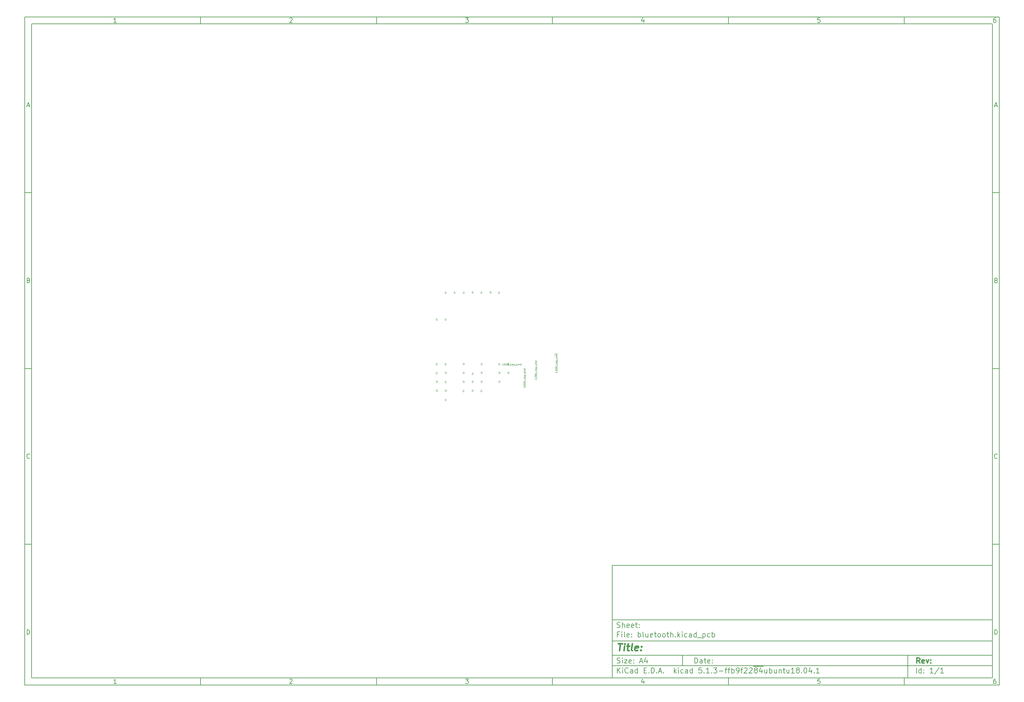
<source format=gbr>
%TF.GenerationSoftware,KiCad,Pcbnew,5.1.3-ffb9f22~84~ubuntu18.04.1*%
%TF.CreationDate,2019-07-25T20:39:45+03:00*%
%TF.ProjectId,bluetooth,626c7565-746f-46f7-9468-2e6b69636164,rev?*%
%TF.SameCoordinates,Original*%
%TF.FileFunction,Other,Fab,Top*%
%FSLAX45Y45*%
G04 Gerber Fmt 4.5, Leading zero omitted, Abs format (unit mm)*
G04 Created by KiCad (PCBNEW 5.1.3-ffb9f22~84~ubuntu18.04.1) date 2019-07-25 20:39:45*
%MOMM*%
%LPD*%
G04 APERTURE LIST*
%ADD10C,0.100000*%
%ADD11C,0.150000*%
%ADD12C,0.300000*%
%ADD13C,0.400000*%
%ADD14C,0.010000*%
G04 APERTURE END LIST*
D10*
D11*
X17700220Y-16600720D02*
X17700220Y-19800720D01*
X28500220Y-19800720D01*
X28500220Y-16600720D01*
X17700220Y-16600720D01*
D10*
D11*
X1000000Y-1000000D02*
X1000000Y-20000720D01*
X28700220Y-20000720D01*
X28700220Y-1000000D01*
X1000000Y-1000000D01*
D10*
D11*
X1200000Y-1200000D02*
X1200000Y-19800720D01*
X28500220Y-19800720D01*
X28500220Y-1200000D01*
X1200000Y-1200000D01*
D10*
D11*
X6000000Y-1200000D02*
X6000000Y-1000000D01*
D10*
D11*
X11000000Y-1200000D02*
X11000000Y-1000000D01*
D10*
D11*
X16000000Y-1200000D02*
X16000000Y-1000000D01*
D10*
D11*
X21000000Y-1200000D02*
X21000000Y-1000000D01*
D10*
D11*
X26000000Y-1200000D02*
X26000000Y-1000000D01*
D10*
D11*
X3606548Y-1158810D02*
X3532262Y-1158810D01*
X3569405Y-1158810D02*
X3569405Y-1028809D01*
X3557024Y-1047381D01*
X3544643Y-1059762D01*
X3532262Y-1065952D01*
D10*
D11*
X8532262Y-1041190D02*
X8538452Y-1035000D01*
X8550833Y-1028809D01*
X8581786Y-1028809D01*
X8594167Y-1035000D01*
X8600357Y-1041190D01*
X8606548Y-1053571D01*
X8606548Y-1065952D01*
X8600357Y-1084524D01*
X8526071Y-1158810D01*
X8606548Y-1158810D01*
D10*
D11*
X13526071Y-1028809D02*
X13606548Y-1028809D01*
X13563214Y-1078333D01*
X13581786Y-1078333D01*
X13594167Y-1084524D01*
X13600357Y-1090714D01*
X13606548Y-1103095D01*
X13606548Y-1134048D01*
X13600357Y-1146429D01*
X13594167Y-1152619D01*
X13581786Y-1158810D01*
X13544643Y-1158810D01*
X13532262Y-1152619D01*
X13526071Y-1146429D01*
D10*
D11*
X18594167Y-1072143D02*
X18594167Y-1158810D01*
X18563214Y-1022619D02*
X18532262Y-1115476D01*
X18612738Y-1115476D01*
D10*
D11*
X23600357Y-1028809D02*
X23538452Y-1028809D01*
X23532262Y-1090714D01*
X23538452Y-1084524D01*
X23550833Y-1078333D01*
X23581786Y-1078333D01*
X23594167Y-1084524D01*
X23600357Y-1090714D01*
X23606548Y-1103095D01*
X23606548Y-1134048D01*
X23600357Y-1146429D01*
X23594167Y-1152619D01*
X23581786Y-1158810D01*
X23550833Y-1158810D01*
X23538452Y-1152619D01*
X23532262Y-1146429D01*
D10*
D11*
X28594167Y-1028809D02*
X28569405Y-1028809D01*
X28557024Y-1035000D01*
X28550833Y-1041190D01*
X28538452Y-1059762D01*
X28532262Y-1084524D01*
X28532262Y-1134048D01*
X28538452Y-1146429D01*
X28544643Y-1152619D01*
X28557024Y-1158810D01*
X28581786Y-1158810D01*
X28594167Y-1152619D01*
X28600357Y-1146429D01*
X28606548Y-1134048D01*
X28606548Y-1103095D01*
X28600357Y-1090714D01*
X28594167Y-1084524D01*
X28581786Y-1078333D01*
X28557024Y-1078333D01*
X28544643Y-1084524D01*
X28538452Y-1090714D01*
X28532262Y-1103095D01*
D10*
D11*
X6000000Y-19800720D02*
X6000000Y-20000720D01*
D10*
D11*
X11000000Y-19800720D02*
X11000000Y-20000720D01*
D10*
D11*
X16000000Y-19800720D02*
X16000000Y-20000720D01*
D10*
D11*
X21000000Y-19800720D02*
X21000000Y-20000720D01*
D10*
D11*
X26000000Y-19800720D02*
X26000000Y-20000720D01*
D10*
D11*
X3606548Y-19959530D02*
X3532262Y-19959530D01*
X3569405Y-19959530D02*
X3569405Y-19829530D01*
X3557024Y-19848101D01*
X3544643Y-19860482D01*
X3532262Y-19866672D01*
D10*
D11*
X8532262Y-19841910D02*
X8538452Y-19835720D01*
X8550833Y-19829530D01*
X8581786Y-19829530D01*
X8594167Y-19835720D01*
X8600357Y-19841910D01*
X8606548Y-19854291D01*
X8606548Y-19866672D01*
X8600357Y-19885244D01*
X8526071Y-19959530D01*
X8606548Y-19959530D01*
D10*
D11*
X13526071Y-19829530D02*
X13606548Y-19829530D01*
X13563214Y-19879053D01*
X13581786Y-19879053D01*
X13594167Y-19885244D01*
X13600357Y-19891434D01*
X13606548Y-19903815D01*
X13606548Y-19934768D01*
X13600357Y-19947149D01*
X13594167Y-19953339D01*
X13581786Y-19959530D01*
X13544643Y-19959530D01*
X13532262Y-19953339D01*
X13526071Y-19947149D01*
D10*
D11*
X18594167Y-19872863D02*
X18594167Y-19959530D01*
X18563214Y-19823339D02*
X18532262Y-19916196D01*
X18612738Y-19916196D01*
D10*
D11*
X23600357Y-19829530D02*
X23538452Y-19829530D01*
X23532262Y-19891434D01*
X23538452Y-19885244D01*
X23550833Y-19879053D01*
X23581786Y-19879053D01*
X23594167Y-19885244D01*
X23600357Y-19891434D01*
X23606548Y-19903815D01*
X23606548Y-19934768D01*
X23600357Y-19947149D01*
X23594167Y-19953339D01*
X23581786Y-19959530D01*
X23550833Y-19959530D01*
X23538452Y-19953339D01*
X23532262Y-19947149D01*
D10*
D11*
X28594167Y-19829530D02*
X28569405Y-19829530D01*
X28557024Y-19835720D01*
X28550833Y-19841910D01*
X28538452Y-19860482D01*
X28532262Y-19885244D01*
X28532262Y-19934768D01*
X28538452Y-19947149D01*
X28544643Y-19953339D01*
X28557024Y-19959530D01*
X28581786Y-19959530D01*
X28594167Y-19953339D01*
X28600357Y-19947149D01*
X28606548Y-19934768D01*
X28606548Y-19903815D01*
X28600357Y-19891434D01*
X28594167Y-19885244D01*
X28581786Y-19879053D01*
X28557024Y-19879053D01*
X28544643Y-19885244D01*
X28538452Y-19891434D01*
X28532262Y-19903815D01*
D10*
D11*
X1000000Y-6000000D02*
X1200000Y-6000000D01*
D10*
D11*
X1000000Y-11000000D02*
X1200000Y-11000000D01*
D10*
D11*
X1000000Y-16000000D02*
X1200000Y-16000000D01*
D10*
D11*
X1069048Y-3521667D02*
X1130952Y-3521667D01*
X1056667Y-3558809D02*
X1100000Y-3428809D01*
X1143333Y-3558809D01*
D10*
D11*
X1109286Y-8490714D02*
X1127857Y-8496905D01*
X1134048Y-8503095D01*
X1140238Y-8515476D01*
X1140238Y-8534048D01*
X1134048Y-8546429D01*
X1127857Y-8552619D01*
X1115476Y-8558810D01*
X1065952Y-8558810D01*
X1065952Y-8428810D01*
X1109286Y-8428810D01*
X1121667Y-8435000D01*
X1127857Y-8441190D01*
X1134048Y-8453571D01*
X1134048Y-8465952D01*
X1127857Y-8478333D01*
X1121667Y-8484524D01*
X1109286Y-8490714D01*
X1065952Y-8490714D01*
D10*
D11*
X1140238Y-13546428D02*
X1134048Y-13552619D01*
X1115476Y-13558809D01*
X1103095Y-13558809D01*
X1084524Y-13552619D01*
X1072143Y-13540238D01*
X1065952Y-13527857D01*
X1059762Y-13503095D01*
X1059762Y-13484524D01*
X1065952Y-13459762D01*
X1072143Y-13447381D01*
X1084524Y-13435000D01*
X1103095Y-13428809D01*
X1115476Y-13428809D01*
X1134048Y-13435000D01*
X1140238Y-13441190D01*
D10*
D11*
X1065952Y-18558810D02*
X1065952Y-18428810D01*
X1096905Y-18428810D01*
X1115476Y-18435000D01*
X1127857Y-18447381D01*
X1134048Y-18459762D01*
X1140238Y-18484524D01*
X1140238Y-18503095D01*
X1134048Y-18527857D01*
X1127857Y-18540238D01*
X1115476Y-18552619D01*
X1096905Y-18558810D01*
X1065952Y-18558810D01*
D10*
D11*
X28700220Y-6000000D02*
X28500220Y-6000000D01*
D10*
D11*
X28700220Y-11000000D02*
X28500220Y-11000000D01*
D10*
D11*
X28700220Y-16000000D02*
X28500220Y-16000000D01*
D10*
D11*
X28569268Y-3521667D02*
X28631172Y-3521667D01*
X28556887Y-3558809D02*
X28600220Y-3428809D01*
X28643553Y-3558809D01*
D10*
D11*
X28609506Y-8490714D02*
X28628077Y-8496905D01*
X28634268Y-8503095D01*
X28640458Y-8515476D01*
X28640458Y-8534048D01*
X28634268Y-8546429D01*
X28628077Y-8552619D01*
X28615696Y-8558810D01*
X28566172Y-8558810D01*
X28566172Y-8428810D01*
X28609506Y-8428810D01*
X28621887Y-8435000D01*
X28628077Y-8441190D01*
X28634268Y-8453571D01*
X28634268Y-8465952D01*
X28628077Y-8478333D01*
X28621887Y-8484524D01*
X28609506Y-8490714D01*
X28566172Y-8490714D01*
D10*
D11*
X28640458Y-13546428D02*
X28634268Y-13552619D01*
X28615696Y-13558809D01*
X28603315Y-13558809D01*
X28584744Y-13552619D01*
X28572363Y-13540238D01*
X28566172Y-13527857D01*
X28559982Y-13503095D01*
X28559982Y-13484524D01*
X28566172Y-13459762D01*
X28572363Y-13447381D01*
X28584744Y-13435000D01*
X28603315Y-13428809D01*
X28615696Y-13428809D01*
X28634268Y-13435000D01*
X28640458Y-13441190D01*
D10*
D11*
X28566172Y-18558810D02*
X28566172Y-18428810D01*
X28597125Y-18428810D01*
X28615696Y-18435000D01*
X28628077Y-18447381D01*
X28634268Y-18459762D01*
X28640458Y-18484524D01*
X28640458Y-18503095D01*
X28634268Y-18527857D01*
X28628077Y-18540238D01*
X28615696Y-18552619D01*
X28597125Y-18558810D01*
X28566172Y-18558810D01*
D10*
D11*
X20043434Y-19378577D02*
X20043434Y-19228577D01*
X20079149Y-19228577D01*
X20100577Y-19235720D01*
X20114863Y-19250006D01*
X20122006Y-19264291D01*
X20129149Y-19292863D01*
X20129149Y-19314291D01*
X20122006Y-19342863D01*
X20114863Y-19357149D01*
X20100577Y-19371434D01*
X20079149Y-19378577D01*
X20043434Y-19378577D01*
X20257720Y-19378577D02*
X20257720Y-19300006D01*
X20250577Y-19285720D01*
X20236291Y-19278577D01*
X20207720Y-19278577D01*
X20193434Y-19285720D01*
X20257720Y-19371434D02*
X20243434Y-19378577D01*
X20207720Y-19378577D01*
X20193434Y-19371434D01*
X20186291Y-19357149D01*
X20186291Y-19342863D01*
X20193434Y-19328577D01*
X20207720Y-19321434D01*
X20243434Y-19321434D01*
X20257720Y-19314291D01*
X20307720Y-19278577D02*
X20364863Y-19278577D01*
X20329149Y-19228577D02*
X20329149Y-19357149D01*
X20336291Y-19371434D01*
X20350577Y-19378577D01*
X20364863Y-19378577D01*
X20472006Y-19371434D02*
X20457720Y-19378577D01*
X20429149Y-19378577D01*
X20414863Y-19371434D01*
X20407720Y-19357149D01*
X20407720Y-19300006D01*
X20414863Y-19285720D01*
X20429149Y-19278577D01*
X20457720Y-19278577D01*
X20472006Y-19285720D01*
X20479149Y-19300006D01*
X20479149Y-19314291D01*
X20407720Y-19328577D01*
X20543434Y-19364291D02*
X20550577Y-19371434D01*
X20543434Y-19378577D01*
X20536291Y-19371434D01*
X20543434Y-19364291D01*
X20543434Y-19378577D01*
X20543434Y-19285720D02*
X20550577Y-19292863D01*
X20543434Y-19300006D01*
X20536291Y-19292863D01*
X20543434Y-19285720D01*
X20543434Y-19300006D01*
D10*
D11*
X17700220Y-19450720D02*
X28500220Y-19450720D01*
D10*
D11*
X17843434Y-19658577D02*
X17843434Y-19508577D01*
X17929149Y-19658577D02*
X17864863Y-19572863D01*
X17929149Y-19508577D02*
X17843434Y-19594291D01*
X17993434Y-19658577D02*
X17993434Y-19558577D01*
X17993434Y-19508577D02*
X17986291Y-19515720D01*
X17993434Y-19522863D01*
X18000577Y-19515720D01*
X17993434Y-19508577D01*
X17993434Y-19522863D01*
X18150577Y-19644291D02*
X18143434Y-19651434D01*
X18122006Y-19658577D01*
X18107720Y-19658577D01*
X18086291Y-19651434D01*
X18072006Y-19637149D01*
X18064863Y-19622863D01*
X18057720Y-19594291D01*
X18057720Y-19572863D01*
X18064863Y-19544291D01*
X18072006Y-19530006D01*
X18086291Y-19515720D01*
X18107720Y-19508577D01*
X18122006Y-19508577D01*
X18143434Y-19515720D01*
X18150577Y-19522863D01*
X18279149Y-19658577D02*
X18279149Y-19580006D01*
X18272006Y-19565720D01*
X18257720Y-19558577D01*
X18229149Y-19558577D01*
X18214863Y-19565720D01*
X18279149Y-19651434D02*
X18264863Y-19658577D01*
X18229149Y-19658577D01*
X18214863Y-19651434D01*
X18207720Y-19637149D01*
X18207720Y-19622863D01*
X18214863Y-19608577D01*
X18229149Y-19601434D01*
X18264863Y-19601434D01*
X18279149Y-19594291D01*
X18414863Y-19658577D02*
X18414863Y-19508577D01*
X18414863Y-19651434D02*
X18400577Y-19658577D01*
X18372006Y-19658577D01*
X18357720Y-19651434D01*
X18350577Y-19644291D01*
X18343434Y-19630006D01*
X18343434Y-19587149D01*
X18350577Y-19572863D01*
X18357720Y-19565720D01*
X18372006Y-19558577D01*
X18400577Y-19558577D01*
X18414863Y-19565720D01*
X18600577Y-19580006D02*
X18650577Y-19580006D01*
X18672006Y-19658577D02*
X18600577Y-19658577D01*
X18600577Y-19508577D01*
X18672006Y-19508577D01*
X18736291Y-19644291D02*
X18743434Y-19651434D01*
X18736291Y-19658577D01*
X18729149Y-19651434D01*
X18736291Y-19644291D01*
X18736291Y-19658577D01*
X18807720Y-19658577D02*
X18807720Y-19508577D01*
X18843434Y-19508577D01*
X18864863Y-19515720D01*
X18879149Y-19530006D01*
X18886291Y-19544291D01*
X18893434Y-19572863D01*
X18893434Y-19594291D01*
X18886291Y-19622863D01*
X18879149Y-19637149D01*
X18864863Y-19651434D01*
X18843434Y-19658577D01*
X18807720Y-19658577D01*
X18957720Y-19644291D02*
X18964863Y-19651434D01*
X18957720Y-19658577D01*
X18950577Y-19651434D01*
X18957720Y-19644291D01*
X18957720Y-19658577D01*
X19022006Y-19615720D02*
X19093434Y-19615720D01*
X19007720Y-19658577D02*
X19057720Y-19508577D01*
X19107720Y-19658577D01*
X19157720Y-19644291D02*
X19164863Y-19651434D01*
X19157720Y-19658577D01*
X19150577Y-19651434D01*
X19157720Y-19644291D01*
X19157720Y-19658577D01*
X19457720Y-19658577D02*
X19457720Y-19508577D01*
X19472006Y-19601434D02*
X19514863Y-19658577D01*
X19514863Y-19558577D02*
X19457720Y-19615720D01*
X19579149Y-19658577D02*
X19579149Y-19558577D01*
X19579149Y-19508577D02*
X19572006Y-19515720D01*
X19579149Y-19522863D01*
X19586291Y-19515720D01*
X19579149Y-19508577D01*
X19579149Y-19522863D01*
X19714863Y-19651434D02*
X19700577Y-19658577D01*
X19672006Y-19658577D01*
X19657720Y-19651434D01*
X19650577Y-19644291D01*
X19643434Y-19630006D01*
X19643434Y-19587149D01*
X19650577Y-19572863D01*
X19657720Y-19565720D01*
X19672006Y-19558577D01*
X19700577Y-19558577D01*
X19714863Y-19565720D01*
X19843434Y-19658577D02*
X19843434Y-19580006D01*
X19836291Y-19565720D01*
X19822006Y-19558577D01*
X19793434Y-19558577D01*
X19779149Y-19565720D01*
X19843434Y-19651434D02*
X19829149Y-19658577D01*
X19793434Y-19658577D01*
X19779149Y-19651434D01*
X19772006Y-19637149D01*
X19772006Y-19622863D01*
X19779149Y-19608577D01*
X19793434Y-19601434D01*
X19829149Y-19601434D01*
X19843434Y-19594291D01*
X19979149Y-19658577D02*
X19979149Y-19508577D01*
X19979149Y-19651434D02*
X19964863Y-19658577D01*
X19936291Y-19658577D01*
X19922006Y-19651434D01*
X19914863Y-19644291D01*
X19907720Y-19630006D01*
X19907720Y-19587149D01*
X19914863Y-19572863D01*
X19922006Y-19565720D01*
X19936291Y-19558577D01*
X19964863Y-19558577D01*
X19979149Y-19565720D01*
X20236291Y-19508577D02*
X20164863Y-19508577D01*
X20157720Y-19580006D01*
X20164863Y-19572863D01*
X20179149Y-19565720D01*
X20214863Y-19565720D01*
X20229149Y-19572863D01*
X20236291Y-19580006D01*
X20243434Y-19594291D01*
X20243434Y-19630006D01*
X20236291Y-19644291D01*
X20229149Y-19651434D01*
X20214863Y-19658577D01*
X20179149Y-19658577D01*
X20164863Y-19651434D01*
X20157720Y-19644291D01*
X20307720Y-19644291D02*
X20314863Y-19651434D01*
X20307720Y-19658577D01*
X20300577Y-19651434D01*
X20307720Y-19644291D01*
X20307720Y-19658577D01*
X20457720Y-19658577D02*
X20372006Y-19658577D01*
X20414863Y-19658577D02*
X20414863Y-19508577D01*
X20400577Y-19530006D01*
X20386291Y-19544291D01*
X20372006Y-19551434D01*
X20522006Y-19644291D02*
X20529149Y-19651434D01*
X20522006Y-19658577D01*
X20514863Y-19651434D01*
X20522006Y-19644291D01*
X20522006Y-19658577D01*
X20579149Y-19508577D02*
X20672006Y-19508577D01*
X20622006Y-19565720D01*
X20643434Y-19565720D01*
X20657720Y-19572863D01*
X20664863Y-19580006D01*
X20672006Y-19594291D01*
X20672006Y-19630006D01*
X20664863Y-19644291D01*
X20657720Y-19651434D01*
X20643434Y-19658577D01*
X20600577Y-19658577D01*
X20586291Y-19651434D01*
X20579149Y-19644291D01*
X20736291Y-19601434D02*
X20850577Y-19601434D01*
X20900577Y-19558577D02*
X20957720Y-19558577D01*
X20922006Y-19658577D02*
X20922006Y-19530006D01*
X20929149Y-19515720D01*
X20943434Y-19508577D01*
X20957720Y-19508577D01*
X20986291Y-19558577D02*
X21043434Y-19558577D01*
X21007720Y-19658577D02*
X21007720Y-19530006D01*
X21014863Y-19515720D01*
X21029149Y-19508577D01*
X21043434Y-19508577D01*
X21093434Y-19658577D02*
X21093434Y-19508577D01*
X21093434Y-19565720D02*
X21107720Y-19558577D01*
X21136291Y-19558577D01*
X21150577Y-19565720D01*
X21157720Y-19572863D01*
X21164863Y-19587149D01*
X21164863Y-19630006D01*
X21157720Y-19644291D01*
X21150577Y-19651434D01*
X21136291Y-19658577D01*
X21107720Y-19658577D01*
X21093434Y-19651434D01*
X21236291Y-19658577D02*
X21264863Y-19658577D01*
X21279149Y-19651434D01*
X21286291Y-19644291D01*
X21300577Y-19622863D01*
X21307720Y-19594291D01*
X21307720Y-19537149D01*
X21300577Y-19522863D01*
X21293434Y-19515720D01*
X21279149Y-19508577D01*
X21250577Y-19508577D01*
X21236291Y-19515720D01*
X21229149Y-19522863D01*
X21222006Y-19537149D01*
X21222006Y-19572863D01*
X21229149Y-19587149D01*
X21236291Y-19594291D01*
X21250577Y-19601434D01*
X21279149Y-19601434D01*
X21293434Y-19594291D01*
X21300577Y-19587149D01*
X21307720Y-19572863D01*
X21350577Y-19558577D02*
X21407720Y-19558577D01*
X21372006Y-19658577D02*
X21372006Y-19530006D01*
X21379149Y-19515720D01*
X21393434Y-19508577D01*
X21407720Y-19508577D01*
X21450577Y-19522863D02*
X21457720Y-19515720D01*
X21472006Y-19508577D01*
X21507720Y-19508577D01*
X21522006Y-19515720D01*
X21529149Y-19522863D01*
X21536291Y-19537149D01*
X21536291Y-19551434D01*
X21529149Y-19572863D01*
X21443434Y-19658577D01*
X21536291Y-19658577D01*
X21593434Y-19522863D02*
X21600577Y-19515720D01*
X21614863Y-19508577D01*
X21650577Y-19508577D01*
X21664863Y-19515720D01*
X21672006Y-19522863D01*
X21679149Y-19537149D01*
X21679149Y-19551434D01*
X21672006Y-19572863D01*
X21586291Y-19658577D01*
X21679149Y-19658577D01*
X21707720Y-19467720D02*
X21850577Y-19467720D01*
X21764863Y-19572863D02*
X21750577Y-19565720D01*
X21743434Y-19558577D01*
X21736291Y-19544291D01*
X21736291Y-19537149D01*
X21743434Y-19522863D01*
X21750577Y-19515720D01*
X21764863Y-19508577D01*
X21793434Y-19508577D01*
X21807720Y-19515720D01*
X21814863Y-19522863D01*
X21822006Y-19537149D01*
X21822006Y-19544291D01*
X21814863Y-19558577D01*
X21807720Y-19565720D01*
X21793434Y-19572863D01*
X21764863Y-19572863D01*
X21750577Y-19580006D01*
X21743434Y-19587149D01*
X21736291Y-19601434D01*
X21736291Y-19630006D01*
X21743434Y-19644291D01*
X21750577Y-19651434D01*
X21764863Y-19658577D01*
X21793434Y-19658577D01*
X21807720Y-19651434D01*
X21814863Y-19644291D01*
X21822006Y-19630006D01*
X21822006Y-19601434D01*
X21814863Y-19587149D01*
X21807720Y-19580006D01*
X21793434Y-19572863D01*
X21850577Y-19467720D02*
X21993434Y-19467720D01*
X21950577Y-19558577D02*
X21950577Y-19658577D01*
X21914863Y-19501434D02*
X21879149Y-19608577D01*
X21972006Y-19608577D01*
X22093434Y-19558577D02*
X22093434Y-19658577D01*
X22029149Y-19558577D02*
X22029149Y-19637149D01*
X22036291Y-19651434D01*
X22050577Y-19658577D01*
X22072006Y-19658577D01*
X22086291Y-19651434D01*
X22093434Y-19644291D01*
X22164863Y-19658577D02*
X22164863Y-19508577D01*
X22164863Y-19565720D02*
X22179149Y-19558577D01*
X22207720Y-19558577D01*
X22222006Y-19565720D01*
X22229149Y-19572863D01*
X22236291Y-19587149D01*
X22236291Y-19630006D01*
X22229149Y-19644291D01*
X22222006Y-19651434D01*
X22207720Y-19658577D01*
X22179149Y-19658577D01*
X22164863Y-19651434D01*
X22364863Y-19558577D02*
X22364863Y-19658577D01*
X22300577Y-19558577D02*
X22300577Y-19637149D01*
X22307720Y-19651434D01*
X22322006Y-19658577D01*
X22343434Y-19658577D01*
X22357720Y-19651434D01*
X22364863Y-19644291D01*
X22436291Y-19558577D02*
X22436291Y-19658577D01*
X22436291Y-19572863D02*
X22443434Y-19565720D01*
X22457720Y-19558577D01*
X22479148Y-19558577D01*
X22493434Y-19565720D01*
X22500577Y-19580006D01*
X22500577Y-19658577D01*
X22550577Y-19558577D02*
X22607720Y-19558577D01*
X22572006Y-19508577D02*
X22572006Y-19637149D01*
X22579148Y-19651434D01*
X22593434Y-19658577D01*
X22607720Y-19658577D01*
X22722006Y-19558577D02*
X22722006Y-19658577D01*
X22657720Y-19558577D02*
X22657720Y-19637149D01*
X22664863Y-19651434D01*
X22679148Y-19658577D01*
X22700577Y-19658577D01*
X22714863Y-19651434D01*
X22722006Y-19644291D01*
X22872006Y-19658577D02*
X22786291Y-19658577D01*
X22829148Y-19658577D02*
X22829148Y-19508577D01*
X22814863Y-19530006D01*
X22800577Y-19544291D01*
X22786291Y-19551434D01*
X22957720Y-19572863D02*
X22943434Y-19565720D01*
X22936291Y-19558577D01*
X22929148Y-19544291D01*
X22929148Y-19537149D01*
X22936291Y-19522863D01*
X22943434Y-19515720D01*
X22957720Y-19508577D01*
X22986291Y-19508577D01*
X23000577Y-19515720D01*
X23007720Y-19522863D01*
X23014863Y-19537149D01*
X23014863Y-19544291D01*
X23007720Y-19558577D01*
X23000577Y-19565720D01*
X22986291Y-19572863D01*
X22957720Y-19572863D01*
X22943434Y-19580006D01*
X22936291Y-19587149D01*
X22929148Y-19601434D01*
X22929148Y-19630006D01*
X22936291Y-19644291D01*
X22943434Y-19651434D01*
X22957720Y-19658577D01*
X22986291Y-19658577D01*
X23000577Y-19651434D01*
X23007720Y-19644291D01*
X23014863Y-19630006D01*
X23014863Y-19601434D01*
X23007720Y-19587149D01*
X23000577Y-19580006D01*
X22986291Y-19572863D01*
X23079148Y-19644291D02*
X23086291Y-19651434D01*
X23079148Y-19658577D01*
X23072006Y-19651434D01*
X23079148Y-19644291D01*
X23079148Y-19658577D01*
X23179148Y-19508577D02*
X23193434Y-19508577D01*
X23207720Y-19515720D01*
X23214863Y-19522863D01*
X23222006Y-19537149D01*
X23229148Y-19565720D01*
X23229148Y-19601434D01*
X23222006Y-19630006D01*
X23214863Y-19644291D01*
X23207720Y-19651434D01*
X23193434Y-19658577D01*
X23179148Y-19658577D01*
X23164863Y-19651434D01*
X23157720Y-19644291D01*
X23150577Y-19630006D01*
X23143434Y-19601434D01*
X23143434Y-19565720D01*
X23150577Y-19537149D01*
X23157720Y-19522863D01*
X23164863Y-19515720D01*
X23179148Y-19508577D01*
X23357720Y-19558577D02*
X23357720Y-19658577D01*
X23322006Y-19501434D02*
X23286291Y-19608577D01*
X23379148Y-19608577D01*
X23436291Y-19644291D02*
X23443434Y-19651434D01*
X23436291Y-19658577D01*
X23429148Y-19651434D01*
X23436291Y-19644291D01*
X23436291Y-19658577D01*
X23586291Y-19658577D02*
X23500577Y-19658577D01*
X23543434Y-19658577D02*
X23543434Y-19508577D01*
X23529148Y-19530006D01*
X23514863Y-19544291D01*
X23500577Y-19551434D01*
D10*
D11*
X17700220Y-19150720D02*
X28500220Y-19150720D01*
D10*
D12*
X26441148Y-19378577D02*
X26391148Y-19307149D01*
X26355434Y-19378577D02*
X26355434Y-19228577D01*
X26412577Y-19228577D01*
X26426863Y-19235720D01*
X26434006Y-19242863D01*
X26441148Y-19257149D01*
X26441148Y-19278577D01*
X26434006Y-19292863D01*
X26426863Y-19300006D01*
X26412577Y-19307149D01*
X26355434Y-19307149D01*
X26562577Y-19371434D02*
X26548291Y-19378577D01*
X26519720Y-19378577D01*
X26505434Y-19371434D01*
X26498291Y-19357149D01*
X26498291Y-19300006D01*
X26505434Y-19285720D01*
X26519720Y-19278577D01*
X26548291Y-19278577D01*
X26562577Y-19285720D01*
X26569720Y-19300006D01*
X26569720Y-19314291D01*
X26498291Y-19328577D01*
X26619720Y-19278577D02*
X26655434Y-19378577D01*
X26691148Y-19278577D01*
X26748291Y-19364291D02*
X26755434Y-19371434D01*
X26748291Y-19378577D01*
X26741148Y-19371434D01*
X26748291Y-19364291D01*
X26748291Y-19378577D01*
X26748291Y-19285720D02*
X26755434Y-19292863D01*
X26748291Y-19300006D01*
X26741148Y-19292863D01*
X26748291Y-19285720D01*
X26748291Y-19300006D01*
D10*
D11*
X17836291Y-19371434D02*
X17857720Y-19378577D01*
X17893434Y-19378577D01*
X17907720Y-19371434D01*
X17914863Y-19364291D01*
X17922006Y-19350006D01*
X17922006Y-19335720D01*
X17914863Y-19321434D01*
X17907720Y-19314291D01*
X17893434Y-19307149D01*
X17864863Y-19300006D01*
X17850577Y-19292863D01*
X17843434Y-19285720D01*
X17836291Y-19271434D01*
X17836291Y-19257149D01*
X17843434Y-19242863D01*
X17850577Y-19235720D01*
X17864863Y-19228577D01*
X17900577Y-19228577D01*
X17922006Y-19235720D01*
X17986291Y-19378577D02*
X17986291Y-19278577D01*
X17986291Y-19228577D02*
X17979149Y-19235720D01*
X17986291Y-19242863D01*
X17993434Y-19235720D01*
X17986291Y-19228577D01*
X17986291Y-19242863D01*
X18043434Y-19278577D02*
X18122006Y-19278577D01*
X18043434Y-19378577D01*
X18122006Y-19378577D01*
X18236291Y-19371434D02*
X18222006Y-19378577D01*
X18193434Y-19378577D01*
X18179149Y-19371434D01*
X18172006Y-19357149D01*
X18172006Y-19300006D01*
X18179149Y-19285720D01*
X18193434Y-19278577D01*
X18222006Y-19278577D01*
X18236291Y-19285720D01*
X18243434Y-19300006D01*
X18243434Y-19314291D01*
X18172006Y-19328577D01*
X18307720Y-19364291D02*
X18314863Y-19371434D01*
X18307720Y-19378577D01*
X18300577Y-19371434D01*
X18307720Y-19364291D01*
X18307720Y-19378577D01*
X18307720Y-19285720D02*
X18314863Y-19292863D01*
X18307720Y-19300006D01*
X18300577Y-19292863D01*
X18307720Y-19285720D01*
X18307720Y-19300006D01*
X18486291Y-19335720D02*
X18557720Y-19335720D01*
X18472006Y-19378577D02*
X18522006Y-19228577D01*
X18572006Y-19378577D01*
X18686291Y-19278577D02*
X18686291Y-19378577D01*
X18650577Y-19221434D02*
X18614863Y-19328577D01*
X18707720Y-19328577D01*
D10*
D11*
X26343434Y-19658577D02*
X26343434Y-19508577D01*
X26479148Y-19658577D02*
X26479148Y-19508577D01*
X26479148Y-19651434D02*
X26464863Y-19658577D01*
X26436291Y-19658577D01*
X26422006Y-19651434D01*
X26414863Y-19644291D01*
X26407720Y-19630006D01*
X26407720Y-19587149D01*
X26414863Y-19572863D01*
X26422006Y-19565720D01*
X26436291Y-19558577D01*
X26464863Y-19558577D01*
X26479148Y-19565720D01*
X26550577Y-19644291D02*
X26557720Y-19651434D01*
X26550577Y-19658577D01*
X26543434Y-19651434D01*
X26550577Y-19644291D01*
X26550577Y-19658577D01*
X26550577Y-19565720D02*
X26557720Y-19572863D01*
X26550577Y-19580006D01*
X26543434Y-19572863D01*
X26550577Y-19565720D01*
X26550577Y-19580006D01*
X26814863Y-19658577D02*
X26729148Y-19658577D01*
X26772006Y-19658577D02*
X26772006Y-19508577D01*
X26757720Y-19530006D01*
X26743434Y-19544291D01*
X26729148Y-19551434D01*
X26986291Y-19501434D02*
X26857720Y-19694291D01*
X27114863Y-19658577D02*
X27029148Y-19658577D01*
X27072006Y-19658577D02*
X27072006Y-19508577D01*
X27057720Y-19530006D01*
X27043434Y-19544291D01*
X27029148Y-19551434D01*
D10*
D11*
X17700220Y-18750720D02*
X28500220Y-18750720D01*
D10*
D13*
X17871458Y-18821196D02*
X17985744Y-18821196D01*
X17903601Y-19021196D02*
X17928601Y-18821196D01*
X18027410Y-19021196D02*
X18044077Y-18887863D01*
X18052410Y-18821196D02*
X18041696Y-18830720D01*
X18050030Y-18840244D01*
X18060744Y-18830720D01*
X18052410Y-18821196D01*
X18050030Y-18840244D01*
X18110744Y-18887863D02*
X18186934Y-18887863D01*
X18147649Y-18821196D02*
X18126220Y-18992625D01*
X18133363Y-19011672D01*
X18151220Y-19021196D01*
X18170268Y-19021196D01*
X18265506Y-19021196D02*
X18247649Y-19011672D01*
X18240506Y-18992625D01*
X18261934Y-18821196D01*
X18419077Y-19011672D02*
X18398839Y-19021196D01*
X18360744Y-19021196D01*
X18342887Y-19011672D01*
X18335744Y-18992625D01*
X18345268Y-18916434D01*
X18357172Y-18897387D01*
X18377410Y-18887863D01*
X18415506Y-18887863D01*
X18433363Y-18897387D01*
X18440506Y-18916434D01*
X18438125Y-18935482D01*
X18340506Y-18954530D01*
X18515506Y-19002149D02*
X18523839Y-19011672D01*
X18513125Y-19021196D01*
X18504791Y-19011672D01*
X18515506Y-19002149D01*
X18513125Y-19021196D01*
X18528601Y-18897387D02*
X18536934Y-18906910D01*
X18526220Y-18916434D01*
X18517887Y-18906910D01*
X18528601Y-18897387D01*
X18526220Y-18916434D01*
D10*
D11*
X17893434Y-18560006D02*
X17843434Y-18560006D01*
X17843434Y-18638577D02*
X17843434Y-18488577D01*
X17914863Y-18488577D01*
X17972006Y-18638577D02*
X17972006Y-18538577D01*
X17972006Y-18488577D02*
X17964863Y-18495720D01*
X17972006Y-18502863D01*
X17979149Y-18495720D01*
X17972006Y-18488577D01*
X17972006Y-18502863D01*
X18064863Y-18638577D02*
X18050577Y-18631434D01*
X18043434Y-18617149D01*
X18043434Y-18488577D01*
X18179149Y-18631434D02*
X18164863Y-18638577D01*
X18136291Y-18638577D01*
X18122006Y-18631434D01*
X18114863Y-18617149D01*
X18114863Y-18560006D01*
X18122006Y-18545720D01*
X18136291Y-18538577D01*
X18164863Y-18538577D01*
X18179149Y-18545720D01*
X18186291Y-18560006D01*
X18186291Y-18574291D01*
X18114863Y-18588577D01*
X18250577Y-18624291D02*
X18257720Y-18631434D01*
X18250577Y-18638577D01*
X18243434Y-18631434D01*
X18250577Y-18624291D01*
X18250577Y-18638577D01*
X18250577Y-18545720D02*
X18257720Y-18552863D01*
X18250577Y-18560006D01*
X18243434Y-18552863D01*
X18250577Y-18545720D01*
X18250577Y-18560006D01*
X18436291Y-18638577D02*
X18436291Y-18488577D01*
X18436291Y-18545720D02*
X18450577Y-18538577D01*
X18479149Y-18538577D01*
X18493434Y-18545720D01*
X18500577Y-18552863D01*
X18507720Y-18567149D01*
X18507720Y-18610006D01*
X18500577Y-18624291D01*
X18493434Y-18631434D01*
X18479149Y-18638577D01*
X18450577Y-18638577D01*
X18436291Y-18631434D01*
X18593434Y-18638577D02*
X18579149Y-18631434D01*
X18572006Y-18617149D01*
X18572006Y-18488577D01*
X18714863Y-18538577D02*
X18714863Y-18638577D01*
X18650577Y-18538577D02*
X18650577Y-18617149D01*
X18657720Y-18631434D01*
X18672006Y-18638577D01*
X18693434Y-18638577D01*
X18707720Y-18631434D01*
X18714863Y-18624291D01*
X18843434Y-18631434D02*
X18829149Y-18638577D01*
X18800577Y-18638577D01*
X18786291Y-18631434D01*
X18779149Y-18617149D01*
X18779149Y-18560006D01*
X18786291Y-18545720D01*
X18800577Y-18538577D01*
X18829149Y-18538577D01*
X18843434Y-18545720D01*
X18850577Y-18560006D01*
X18850577Y-18574291D01*
X18779149Y-18588577D01*
X18893434Y-18538577D02*
X18950577Y-18538577D01*
X18914863Y-18488577D02*
X18914863Y-18617149D01*
X18922006Y-18631434D01*
X18936291Y-18638577D01*
X18950577Y-18638577D01*
X19022006Y-18638577D02*
X19007720Y-18631434D01*
X19000577Y-18624291D01*
X18993434Y-18610006D01*
X18993434Y-18567149D01*
X19000577Y-18552863D01*
X19007720Y-18545720D01*
X19022006Y-18538577D01*
X19043434Y-18538577D01*
X19057720Y-18545720D01*
X19064863Y-18552863D01*
X19072006Y-18567149D01*
X19072006Y-18610006D01*
X19064863Y-18624291D01*
X19057720Y-18631434D01*
X19043434Y-18638577D01*
X19022006Y-18638577D01*
X19157720Y-18638577D02*
X19143434Y-18631434D01*
X19136291Y-18624291D01*
X19129149Y-18610006D01*
X19129149Y-18567149D01*
X19136291Y-18552863D01*
X19143434Y-18545720D01*
X19157720Y-18538577D01*
X19179149Y-18538577D01*
X19193434Y-18545720D01*
X19200577Y-18552863D01*
X19207720Y-18567149D01*
X19207720Y-18610006D01*
X19200577Y-18624291D01*
X19193434Y-18631434D01*
X19179149Y-18638577D01*
X19157720Y-18638577D01*
X19250577Y-18538577D02*
X19307720Y-18538577D01*
X19272006Y-18488577D02*
X19272006Y-18617149D01*
X19279149Y-18631434D01*
X19293434Y-18638577D01*
X19307720Y-18638577D01*
X19357720Y-18638577D02*
X19357720Y-18488577D01*
X19422006Y-18638577D02*
X19422006Y-18560006D01*
X19414863Y-18545720D01*
X19400577Y-18538577D01*
X19379149Y-18538577D01*
X19364863Y-18545720D01*
X19357720Y-18552863D01*
X19493434Y-18624291D02*
X19500577Y-18631434D01*
X19493434Y-18638577D01*
X19486291Y-18631434D01*
X19493434Y-18624291D01*
X19493434Y-18638577D01*
X19564863Y-18638577D02*
X19564863Y-18488577D01*
X19579149Y-18581434D02*
X19622006Y-18638577D01*
X19622006Y-18538577D02*
X19564863Y-18595720D01*
X19686291Y-18638577D02*
X19686291Y-18538577D01*
X19686291Y-18488577D02*
X19679149Y-18495720D01*
X19686291Y-18502863D01*
X19693434Y-18495720D01*
X19686291Y-18488577D01*
X19686291Y-18502863D01*
X19822006Y-18631434D02*
X19807720Y-18638577D01*
X19779149Y-18638577D01*
X19764863Y-18631434D01*
X19757720Y-18624291D01*
X19750577Y-18610006D01*
X19750577Y-18567149D01*
X19757720Y-18552863D01*
X19764863Y-18545720D01*
X19779149Y-18538577D01*
X19807720Y-18538577D01*
X19822006Y-18545720D01*
X19950577Y-18638577D02*
X19950577Y-18560006D01*
X19943434Y-18545720D01*
X19929149Y-18538577D01*
X19900577Y-18538577D01*
X19886291Y-18545720D01*
X19950577Y-18631434D02*
X19936291Y-18638577D01*
X19900577Y-18638577D01*
X19886291Y-18631434D01*
X19879149Y-18617149D01*
X19879149Y-18602863D01*
X19886291Y-18588577D01*
X19900577Y-18581434D01*
X19936291Y-18581434D01*
X19950577Y-18574291D01*
X20086291Y-18638577D02*
X20086291Y-18488577D01*
X20086291Y-18631434D02*
X20072006Y-18638577D01*
X20043434Y-18638577D01*
X20029149Y-18631434D01*
X20022006Y-18624291D01*
X20014863Y-18610006D01*
X20014863Y-18567149D01*
X20022006Y-18552863D01*
X20029149Y-18545720D01*
X20043434Y-18538577D01*
X20072006Y-18538577D01*
X20086291Y-18545720D01*
X20122006Y-18652863D02*
X20236291Y-18652863D01*
X20272006Y-18538577D02*
X20272006Y-18688577D01*
X20272006Y-18545720D02*
X20286291Y-18538577D01*
X20314863Y-18538577D01*
X20329149Y-18545720D01*
X20336291Y-18552863D01*
X20343434Y-18567149D01*
X20343434Y-18610006D01*
X20336291Y-18624291D01*
X20329149Y-18631434D01*
X20314863Y-18638577D01*
X20286291Y-18638577D01*
X20272006Y-18631434D01*
X20472006Y-18631434D02*
X20457720Y-18638577D01*
X20429149Y-18638577D01*
X20414863Y-18631434D01*
X20407720Y-18624291D01*
X20400577Y-18610006D01*
X20400577Y-18567149D01*
X20407720Y-18552863D01*
X20414863Y-18545720D01*
X20429149Y-18538577D01*
X20457720Y-18538577D01*
X20472006Y-18545720D01*
X20536291Y-18638577D02*
X20536291Y-18488577D01*
X20536291Y-18545720D02*
X20550577Y-18538577D01*
X20579149Y-18538577D01*
X20593434Y-18545720D01*
X20600577Y-18552863D01*
X20607720Y-18567149D01*
X20607720Y-18610006D01*
X20600577Y-18624291D01*
X20593434Y-18631434D01*
X20579149Y-18638577D01*
X20550577Y-18638577D01*
X20536291Y-18631434D01*
D10*
D11*
X17700220Y-18150720D02*
X28500220Y-18150720D01*
D10*
D11*
X17836291Y-18361434D02*
X17857720Y-18368577D01*
X17893434Y-18368577D01*
X17907720Y-18361434D01*
X17914863Y-18354291D01*
X17922006Y-18340006D01*
X17922006Y-18325720D01*
X17914863Y-18311434D01*
X17907720Y-18304291D01*
X17893434Y-18297149D01*
X17864863Y-18290006D01*
X17850577Y-18282863D01*
X17843434Y-18275720D01*
X17836291Y-18261434D01*
X17836291Y-18247149D01*
X17843434Y-18232863D01*
X17850577Y-18225720D01*
X17864863Y-18218577D01*
X17900577Y-18218577D01*
X17922006Y-18225720D01*
X17986291Y-18368577D02*
X17986291Y-18218577D01*
X18050577Y-18368577D02*
X18050577Y-18290006D01*
X18043434Y-18275720D01*
X18029149Y-18268577D01*
X18007720Y-18268577D01*
X17993434Y-18275720D01*
X17986291Y-18282863D01*
X18179149Y-18361434D02*
X18164863Y-18368577D01*
X18136291Y-18368577D01*
X18122006Y-18361434D01*
X18114863Y-18347149D01*
X18114863Y-18290006D01*
X18122006Y-18275720D01*
X18136291Y-18268577D01*
X18164863Y-18268577D01*
X18179149Y-18275720D01*
X18186291Y-18290006D01*
X18186291Y-18304291D01*
X18114863Y-18318577D01*
X18307720Y-18361434D02*
X18293434Y-18368577D01*
X18264863Y-18368577D01*
X18250577Y-18361434D01*
X18243434Y-18347149D01*
X18243434Y-18290006D01*
X18250577Y-18275720D01*
X18264863Y-18268577D01*
X18293434Y-18268577D01*
X18307720Y-18275720D01*
X18314863Y-18290006D01*
X18314863Y-18304291D01*
X18243434Y-18318577D01*
X18357720Y-18268577D02*
X18414863Y-18268577D01*
X18379149Y-18218577D02*
X18379149Y-18347149D01*
X18386291Y-18361434D01*
X18400577Y-18368577D01*
X18414863Y-18368577D01*
X18464863Y-18354291D02*
X18472006Y-18361434D01*
X18464863Y-18368577D01*
X18457720Y-18361434D01*
X18464863Y-18354291D01*
X18464863Y-18368577D01*
X18464863Y-18275720D02*
X18472006Y-18282863D01*
X18464863Y-18290006D01*
X18457720Y-18282863D01*
X18464863Y-18275720D01*
X18464863Y-18290006D01*
D10*
D11*
X19700220Y-19150720D02*
X19700220Y-19450720D01*
D10*
D11*
X26100220Y-19150720D02*
X26100220Y-19800720D01*
D14*
X16067138Y-10583657D02*
X16067138Y-10582704D01*
X16066900Y-10582228D01*
X16066662Y-10581990D01*
X16065948Y-10581514D01*
X16064995Y-10581276D01*
X16063090Y-10581276D01*
X16062614Y-10581514D01*
X16062376Y-10581752D01*
X16062138Y-10582228D01*
X16062138Y-10583180D01*
X16062376Y-10583657D01*
X16062614Y-10583895D01*
X16063090Y-10584133D01*
X16064281Y-10584133D01*
X16064757Y-10583895D01*
X16064995Y-10583657D01*
X16065233Y-10583180D01*
X16065233Y-10582228D01*
X16064995Y-10581752D01*
X16064757Y-10581514D01*
X16064281Y-10581276D01*
X16067138Y-10587228D02*
X16067138Y-10587704D01*
X16066900Y-10588180D01*
X16066662Y-10588419D01*
X16066186Y-10588657D01*
X16065233Y-10588895D01*
X16064043Y-10588895D01*
X16063090Y-10588657D01*
X16062614Y-10588419D01*
X16062376Y-10588180D01*
X16062138Y-10587704D01*
X16062138Y-10587228D01*
X16062376Y-10586752D01*
X16062614Y-10586514D01*
X16063090Y-10586276D01*
X16064043Y-10586038D01*
X16065233Y-10586038D01*
X16066186Y-10586276D01*
X16066662Y-10586514D01*
X16066900Y-10586752D01*
X16067138Y-10587228D01*
X16062614Y-10591038D02*
X16062376Y-10591276D01*
X16062138Y-10591038D01*
X16062376Y-10590799D01*
X16062614Y-10591038D01*
X16062138Y-10591038D01*
X16067138Y-10595799D02*
X16067138Y-10593419D01*
X16064757Y-10593180D01*
X16064995Y-10593419D01*
X16065233Y-10593895D01*
X16065233Y-10595085D01*
X16064995Y-10595561D01*
X16064757Y-10595799D01*
X16064281Y-10596038D01*
X16063090Y-10596038D01*
X16062614Y-10595799D01*
X16062376Y-10595561D01*
X16062138Y-10595085D01*
X16062138Y-10593895D01*
X16062376Y-10593419D01*
X16062614Y-10593180D01*
X16067138Y-10597704D02*
X16067138Y-10601038D01*
X16062138Y-10598895D01*
X16062138Y-10603180D02*
X16062138Y-10604133D01*
X16062376Y-10604609D01*
X16062614Y-10604847D01*
X16063328Y-10605323D01*
X16064281Y-10605561D01*
X16066186Y-10605561D01*
X16066662Y-10605323D01*
X16066900Y-10605085D01*
X16067138Y-10604609D01*
X16067138Y-10603657D01*
X16066900Y-10603180D01*
X16066662Y-10602942D01*
X16066186Y-10602704D01*
X16064995Y-10602704D01*
X16064519Y-10602942D01*
X16064281Y-10603180D01*
X16064043Y-10603657D01*
X16064043Y-10604609D01*
X16064281Y-10605085D01*
X16064519Y-10605323D01*
X16064995Y-10605561D01*
X16062376Y-10607942D02*
X16062138Y-10607942D01*
X16061662Y-10607704D01*
X16061424Y-10607466D01*
X16065471Y-10616038D02*
X16062138Y-10616038D01*
X16067376Y-10614847D02*
X16063805Y-10613657D01*
X16063805Y-10616752D01*
X16062138Y-10618895D02*
X16062138Y-10619847D01*
X16062376Y-10620323D01*
X16062614Y-10620561D01*
X16063328Y-10621038D01*
X16064281Y-10621276D01*
X16066186Y-10621276D01*
X16066662Y-10621038D01*
X16066900Y-10620799D01*
X16067138Y-10620323D01*
X16067138Y-10619371D01*
X16066900Y-10618895D01*
X16066662Y-10618657D01*
X16066186Y-10618419D01*
X16064995Y-10618419D01*
X16064519Y-10618657D01*
X16064281Y-10618895D01*
X16064043Y-10619371D01*
X16064043Y-10620323D01*
X16064281Y-10620799D01*
X16064519Y-10621038D01*
X16064995Y-10621276D01*
X16062614Y-10623419D02*
X16062376Y-10623657D01*
X16062138Y-10623419D01*
X16062376Y-10623180D01*
X16062614Y-10623419D01*
X16062138Y-10623419D01*
X16067138Y-10626752D02*
X16067138Y-10627228D01*
X16066900Y-10627704D01*
X16066662Y-10627942D01*
X16066186Y-10628180D01*
X16065233Y-10628419D01*
X16064043Y-10628419D01*
X16063090Y-10628180D01*
X16062614Y-10627942D01*
X16062376Y-10627704D01*
X16062138Y-10627228D01*
X16062138Y-10626752D01*
X16062376Y-10626276D01*
X16062614Y-10626038D01*
X16063090Y-10625799D01*
X16064043Y-10625561D01*
X16065233Y-10625561D01*
X16066186Y-10625799D01*
X16066662Y-10626038D01*
X16066900Y-10626276D01*
X16067138Y-10626752D01*
X16066662Y-10630323D02*
X16066900Y-10630561D01*
X16067138Y-10631038D01*
X16067138Y-10632228D01*
X16066900Y-10632704D01*
X16066662Y-10632942D01*
X16066186Y-10633180D01*
X16065709Y-10633180D01*
X16064995Y-10632942D01*
X16062138Y-10630085D01*
X16062138Y-10633180D01*
X16066662Y-10635085D02*
X16066900Y-10635323D01*
X16067138Y-10635799D01*
X16067138Y-10636990D01*
X16066900Y-10637466D01*
X16066662Y-10637704D01*
X16066186Y-10637942D01*
X16065709Y-10637942D01*
X16064995Y-10637704D01*
X16062138Y-10634847D01*
X16062138Y-10637942D01*
X16059400Y-10670409D02*
G75*
G03X16059400Y-10670409I-1000J0D01*
G01*
%TO.C,Cap_2*%
D10*
X14601905Y-10903619D02*
X14573333Y-10903619D01*
X14587619Y-10903619D02*
X14587619Y-10853619D01*
X14582857Y-10860762D01*
X14578095Y-10865524D01*
X14573333Y-10867905D01*
X14620952Y-10858381D02*
X14623333Y-10856000D01*
X14628095Y-10853619D01*
X14640000Y-10853619D01*
X14644762Y-10856000D01*
X14647143Y-10858381D01*
X14649524Y-10863143D01*
X14649524Y-10867905D01*
X14647143Y-10875048D01*
X14618571Y-10903619D01*
X14649524Y-10903619D01*
X14680476Y-10853619D02*
X14685238Y-10853619D01*
X14690000Y-10856000D01*
X14692381Y-10858381D01*
X14694762Y-10863143D01*
X14697143Y-10872667D01*
X14697143Y-10884571D01*
X14694762Y-10894095D01*
X14692381Y-10898857D01*
X14690000Y-10901238D01*
X14685238Y-10903619D01*
X14680476Y-10903619D01*
X14675714Y-10901238D01*
X14673333Y-10898857D01*
X14670952Y-10894095D01*
X14668571Y-10884571D01*
X14668571Y-10872667D01*
X14670952Y-10863143D01*
X14673333Y-10858381D01*
X14675714Y-10856000D01*
X14680476Y-10853619D01*
X14740000Y-10853619D02*
X14730476Y-10853619D01*
X14725714Y-10856000D01*
X14723333Y-10858381D01*
X14718571Y-10865524D01*
X14716190Y-10875048D01*
X14716190Y-10894095D01*
X14718571Y-10898857D01*
X14720952Y-10901238D01*
X14725714Y-10903619D01*
X14735238Y-10903619D01*
X14740000Y-10901238D01*
X14742381Y-10898857D01*
X14744762Y-10894095D01*
X14744762Y-10882190D01*
X14742381Y-10877429D01*
X14740000Y-10875048D01*
X14735238Y-10872667D01*
X14725714Y-10872667D01*
X14720952Y-10875048D01*
X14718571Y-10877429D01*
X14716190Y-10882190D01*
X14754286Y-10908381D02*
X14792381Y-10908381D01*
X14825714Y-10901238D02*
X14820952Y-10903619D01*
X14811428Y-10903619D01*
X14806667Y-10901238D01*
X14804286Y-10898857D01*
X14801905Y-10894095D01*
X14801905Y-10879810D01*
X14804286Y-10875048D01*
X14806667Y-10872667D01*
X14811428Y-10870286D01*
X14820952Y-10870286D01*
X14825714Y-10872667D01*
X14868571Y-10903619D02*
X14868571Y-10877429D01*
X14866190Y-10872667D01*
X14861428Y-10870286D01*
X14851905Y-10870286D01*
X14847143Y-10872667D01*
X14868571Y-10901238D02*
X14863809Y-10903619D01*
X14851905Y-10903619D01*
X14847143Y-10901238D01*
X14844762Y-10896476D01*
X14844762Y-10891714D01*
X14847143Y-10886952D01*
X14851905Y-10884571D01*
X14863809Y-10884571D01*
X14868571Y-10882190D01*
X14892381Y-10870286D02*
X14892381Y-10920286D01*
X14892381Y-10872667D02*
X14897143Y-10870286D01*
X14906667Y-10870286D01*
X14911428Y-10872667D01*
X14913809Y-10875048D01*
X14916190Y-10879810D01*
X14916190Y-10894095D01*
X14913809Y-10898857D01*
X14911428Y-10901238D01*
X14906667Y-10903619D01*
X14897143Y-10903619D01*
X14892381Y-10901238D01*
X14925714Y-10908381D02*
X14963809Y-10908381D01*
X14973333Y-10901238D02*
X14978095Y-10903619D01*
X14987619Y-10903619D01*
X14992381Y-10901238D01*
X14994762Y-10896476D01*
X14994762Y-10894095D01*
X14992381Y-10889333D01*
X14987619Y-10886952D01*
X14980476Y-10886952D01*
X14975714Y-10884571D01*
X14973333Y-10879810D01*
X14973333Y-10877429D01*
X14975714Y-10872667D01*
X14980476Y-10870286D01*
X14987619Y-10870286D01*
X14992381Y-10872667D01*
X15016190Y-10903619D02*
X15016190Y-10870286D01*
X15016190Y-10875048D02*
X15018571Y-10872667D01*
X15023333Y-10870286D01*
X15030476Y-10870286D01*
X15035238Y-10872667D01*
X15037619Y-10877429D01*
X15037619Y-10903619D01*
X15037619Y-10877429D02*
X15040000Y-10872667D01*
X15044762Y-10870286D01*
X15051905Y-10870286D01*
X15056667Y-10872667D01*
X15059048Y-10877429D01*
X15059048Y-10903619D01*
X15104286Y-10903619D02*
X15104286Y-10853619D01*
X15104286Y-10901238D02*
X15099524Y-10903619D01*
X15090000Y-10903619D01*
X15085238Y-10901238D01*
X15082857Y-10898857D01*
X15080476Y-10894095D01*
X15080476Y-10879810D01*
X15082857Y-10875048D01*
X15085238Y-10872667D01*
X15090000Y-10870286D01*
X15099524Y-10870286D01*
X15104286Y-10872667D01*
%TO.C,Cap_4*%
X16131619Y-11084095D02*
X16131619Y-11112667D01*
X16131619Y-11098381D02*
X16081619Y-11098381D01*
X16088762Y-11103143D01*
X16093524Y-11107905D01*
X16095905Y-11112667D01*
X16086381Y-11065048D02*
X16084000Y-11062667D01*
X16081619Y-11057905D01*
X16081619Y-11046000D01*
X16084000Y-11041238D01*
X16086381Y-11038857D01*
X16091143Y-11036476D01*
X16095905Y-11036476D01*
X16103048Y-11038857D01*
X16131619Y-11067429D01*
X16131619Y-11036476D01*
X16081619Y-11005524D02*
X16081619Y-11000762D01*
X16084000Y-10996000D01*
X16086381Y-10993619D01*
X16091143Y-10991238D01*
X16100667Y-10988857D01*
X16112571Y-10988857D01*
X16122095Y-10991238D01*
X16126857Y-10993619D01*
X16129238Y-10996000D01*
X16131619Y-11000762D01*
X16131619Y-11005524D01*
X16129238Y-11010286D01*
X16126857Y-11012667D01*
X16122095Y-11015048D01*
X16112571Y-11017429D01*
X16100667Y-11017429D01*
X16091143Y-11015048D01*
X16086381Y-11012667D01*
X16084000Y-11010286D01*
X16081619Y-11005524D01*
X16081619Y-10946000D02*
X16081619Y-10955524D01*
X16084000Y-10960286D01*
X16086381Y-10962667D01*
X16093524Y-10967429D01*
X16103048Y-10969810D01*
X16122095Y-10969810D01*
X16126857Y-10967429D01*
X16129238Y-10965048D01*
X16131619Y-10960286D01*
X16131619Y-10950762D01*
X16129238Y-10946000D01*
X16126857Y-10943619D01*
X16122095Y-10941238D01*
X16110190Y-10941238D01*
X16105428Y-10943619D01*
X16103048Y-10946000D01*
X16100667Y-10950762D01*
X16100667Y-10960286D01*
X16103048Y-10965048D01*
X16105428Y-10967429D01*
X16110190Y-10969810D01*
X16136381Y-10931714D02*
X16136381Y-10893619D01*
X16129238Y-10860286D02*
X16131619Y-10865048D01*
X16131619Y-10874571D01*
X16129238Y-10879333D01*
X16126857Y-10881714D01*
X16122095Y-10884095D01*
X16107809Y-10884095D01*
X16103048Y-10881714D01*
X16100667Y-10879333D01*
X16098286Y-10874571D01*
X16098286Y-10865048D01*
X16100667Y-10860286D01*
X16131619Y-10817429D02*
X16105428Y-10817429D01*
X16100667Y-10819810D01*
X16098286Y-10824571D01*
X16098286Y-10834095D01*
X16100667Y-10838857D01*
X16129238Y-10817429D02*
X16131619Y-10822190D01*
X16131619Y-10834095D01*
X16129238Y-10838857D01*
X16124476Y-10841238D01*
X16119714Y-10841238D01*
X16114952Y-10838857D01*
X16112571Y-10834095D01*
X16112571Y-10822190D01*
X16110190Y-10817429D01*
X16098286Y-10793619D02*
X16148286Y-10793619D01*
X16100667Y-10793619D02*
X16098286Y-10788857D01*
X16098286Y-10779333D01*
X16100667Y-10774571D01*
X16103048Y-10772190D01*
X16107809Y-10769810D01*
X16122095Y-10769810D01*
X16126857Y-10772190D01*
X16129238Y-10774571D01*
X16131619Y-10779333D01*
X16131619Y-10788857D01*
X16129238Y-10793619D01*
X16136381Y-10760286D02*
X16136381Y-10722190D01*
X16129238Y-10712667D02*
X16131619Y-10707905D01*
X16131619Y-10698381D01*
X16129238Y-10693619D01*
X16124476Y-10691238D01*
X16122095Y-10691238D01*
X16117333Y-10693619D01*
X16114952Y-10698381D01*
X16114952Y-10705524D01*
X16112571Y-10710286D01*
X16107809Y-10712667D01*
X16105428Y-10712667D01*
X16100667Y-10710286D01*
X16098286Y-10705524D01*
X16098286Y-10698381D01*
X16100667Y-10693619D01*
X16131619Y-10669810D02*
X16098286Y-10669810D01*
X16103048Y-10669810D02*
X16100667Y-10667429D01*
X16098286Y-10662667D01*
X16098286Y-10655524D01*
X16100667Y-10650762D01*
X16105428Y-10648381D01*
X16131619Y-10648381D01*
X16105428Y-10648381D02*
X16100667Y-10646000D01*
X16098286Y-10641238D01*
X16098286Y-10634095D01*
X16100667Y-10629333D01*
X16105428Y-10626952D01*
X16131619Y-10626952D01*
X16131619Y-10581714D02*
X16081619Y-10581714D01*
X16129238Y-10581714D02*
X16131619Y-10586476D01*
X16131619Y-10596000D01*
X16129238Y-10600762D01*
X16126857Y-10603143D01*
X16122095Y-10605524D01*
X16107809Y-10605524D01*
X16103048Y-10603143D01*
X16100667Y-10600762D01*
X16098286Y-10596000D01*
X16098286Y-10586476D01*
X16100667Y-10581714D01*
%TO.C,Cap_1*%
X15550119Y-11281095D02*
X15550119Y-11309667D01*
X15550119Y-11295381D02*
X15500119Y-11295381D01*
X15507262Y-11300143D01*
X15512024Y-11304905D01*
X15514405Y-11309667D01*
X15504881Y-11262048D02*
X15502500Y-11259667D01*
X15500119Y-11254905D01*
X15500119Y-11243000D01*
X15502500Y-11238238D01*
X15504881Y-11235857D01*
X15509643Y-11233476D01*
X15514405Y-11233476D01*
X15521548Y-11235857D01*
X15550119Y-11264428D01*
X15550119Y-11233476D01*
X15500119Y-11202524D02*
X15500119Y-11197762D01*
X15502500Y-11193000D01*
X15504881Y-11190619D01*
X15509643Y-11188238D01*
X15519167Y-11185857D01*
X15531071Y-11185857D01*
X15540595Y-11188238D01*
X15545357Y-11190619D01*
X15547738Y-11193000D01*
X15550119Y-11197762D01*
X15550119Y-11202524D01*
X15547738Y-11207286D01*
X15545357Y-11209667D01*
X15540595Y-11212048D01*
X15531071Y-11214428D01*
X15519167Y-11214428D01*
X15509643Y-11212048D01*
X15504881Y-11209667D01*
X15502500Y-11207286D01*
X15500119Y-11202524D01*
X15500119Y-11143000D02*
X15500119Y-11152524D01*
X15502500Y-11157286D01*
X15504881Y-11159667D01*
X15512024Y-11164429D01*
X15521548Y-11166810D01*
X15540595Y-11166810D01*
X15545357Y-11164429D01*
X15547738Y-11162048D01*
X15550119Y-11157286D01*
X15550119Y-11147762D01*
X15547738Y-11143000D01*
X15545357Y-11140619D01*
X15540595Y-11138238D01*
X15528690Y-11138238D01*
X15523928Y-11140619D01*
X15521548Y-11143000D01*
X15519167Y-11147762D01*
X15519167Y-11157286D01*
X15521548Y-11162048D01*
X15523928Y-11164429D01*
X15528690Y-11166810D01*
X15554881Y-11128714D02*
X15554881Y-11090619D01*
X15547738Y-11057286D02*
X15550119Y-11062048D01*
X15550119Y-11071571D01*
X15547738Y-11076333D01*
X15545357Y-11078714D01*
X15540595Y-11081095D01*
X15526309Y-11081095D01*
X15521548Y-11078714D01*
X15519167Y-11076333D01*
X15516786Y-11071571D01*
X15516786Y-11062048D01*
X15519167Y-11057286D01*
X15550119Y-11014429D02*
X15523928Y-11014429D01*
X15519167Y-11016810D01*
X15516786Y-11021571D01*
X15516786Y-11031095D01*
X15519167Y-11035857D01*
X15547738Y-11014429D02*
X15550119Y-11019190D01*
X15550119Y-11031095D01*
X15547738Y-11035857D01*
X15542976Y-11038238D01*
X15538214Y-11038238D01*
X15533452Y-11035857D01*
X15531071Y-11031095D01*
X15531071Y-11019190D01*
X15528690Y-11014429D01*
X15516786Y-10990619D02*
X15566786Y-10990619D01*
X15519167Y-10990619D02*
X15516786Y-10985857D01*
X15516786Y-10976333D01*
X15519167Y-10971571D01*
X15521548Y-10969190D01*
X15526309Y-10966810D01*
X15540595Y-10966810D01*
X15545357Y-10969190D01*
X15547738Y-10971571D01*
X15550119Y-10976333D01*
X15550119Y-10985857D01*
X15547738Y-10990619D01*
X15554881Y-10957286D02*
X15554881Y-10919190D01*
X15547738Y-10909667D02*
X15550119Y-10904905D01*
X15550119Y-10895381D01*
X15547738Y-10890619D01*
X15542976Y-10888238D01*
X15540595Y-10888238D01*
X15535833Y-10890619D01*
X15533452Y-10895381D01*
X15533452Y-10902524D01*
X15531071Y-10907286D01*
X15526309Y-10909667D01*
X15523928Y-10909667D01*
X15519167Y-10907286D01*
X15516786Y-10902524D01*
X15516786Y-10895381D01*
X15519167Y-10890619D01*
X15550119Y-10866810D02*
X15516786Y-10866810D01*
X15521548Y-10866810D02*
X15519167Y-10864429D01*
X15516786Y-10859667D01*
X15516786Y-10852524D01*
X15519167Y-10847762D01*
X15523928Y-10845381D01*
X15550119Y-10845381D01*
X15523928Y-10845381D02*
X15519167Y-10843000D01*
X15516786Y-10838238D01*
X15516786Y-10831095D01*
X15519167Y-10826333D01*
X15523928Y-10823952D01*
X15550119Y-10823952D01*
X15550119Y-10778714D02*
X15500119Y-10778714D01*
X15547738Y-10778714D02*
X15550119Y-10783476D01*
X15550119Y-10793000D01*
X15547738Y-10797762D01*
X15545357Y-10800143D01*
X15540595Y-10802524D01*
X15526309Y-10802524D01*
X15521548Y-10800143D01*
X15519167Y-10797762D01*
X15516786Y-10793000D01*
X15516786Y-10783476D01*
X15519167Y-10778714D01*
%TO.C,Cap_3*%
X15226619Y-11504595D02*
X15226619Y-11533167D01*
X15226619Y-11518881D02*
X15176619Y-11518881D01*
X15183762Y-11523643D01*
X15188524Y-11528405D01*
X15190905Y-11533167D01*
X15181381Y-11485548D02*
X15179000Y-11483167D01*
X15176619Y-11478405D01*
X15176619Y-11466500D01*
X15179000Y-11461738D01*
X15181381Y-11459357D01*
X15186143Y-11456976D01*
X15190905Y-11456976D01*
X15198048Y-11459357D01*
X15226619Y-11487928D01*
X15226619Y-11456976D01*
X15176619Y-11426024D02*
X15176619Y-11421262D01*
X15179000Y-11416500D01*
X15181381Y-11414119D01*
X15186143Y-11411738D01*
X15195667Y-11409357D01*
X15207571Y-11409357D01*
X15217095Y-11411738D01*
X15221857Y-11414119D01*
X15224238Y-11416500D01*
X15226619Y-11421262D01*
X15226619Y-11426024D01*
X15224238Y-11430786D01*
X15221857Y-11433167D01*
X15217095Y-11435548D01*
X15207571Y-11437928D01*
X15195667Y-11437928D01*
X15186143Y-11435548D01*
X15181381Y-11433167D01*
X15179000Y-11430786D01*
X15176619Y-11426024D01*
X15176619Y-11366500D02*
X15176619Y-11376024D01*
X15179000Y-11380786D01*
X15181381Y-11383167D01*
X15188524Y-11387928D01*
X15198048Y-11390309D01*
X15217095Y-11390309D01*
X15221857Y-11387928D01*
X15224238Y-11385548D01*
X15226619Y-11380786D01*
X15226619Y-11371262D01*
X15224238Y-11366500D01*
X15221857Y-11364119D01*
X15217095Y-11361738D01*
X15205190Y-11361738D01*
X15200428Y-11364119D01*
X15198048Y-11366500D01*
X15195667Y-11371262D01*
X15195667Y-11380786D01*
X15198048Y-11385548D01*
X15200428Y-11387928D01*
X15205190Y-11390309D01*
X15231381Y-11352214D02*
X15231381Y-11314119D01*
X15224238Y-11280786D02*
X15226619Y-11285548D01*
X15226619Y-11295071D01*
X15224238Y-11299833D01*
X15221857Y-11302214D01*
X15217095Y-11304595D01*
X15202809Y-11304595D01*
X15198048Y-11302214D01*
X15195667Y-11299833D01*
X15193286Y-11295071D01*
X15193286Y-11285548D01*
X15195667Y-11280786D01*
X15226619Y-11237928D02*
X15200428Y-11237928D01*
X15195667Y-11240309D01*
X15193286Y-11245071D01*
X15193286Y-11254595D01*
X15195667Y-11259357D01*
X15224238Y-11237928D02*
X15226619Y-11242690D01*
X15226619Y-11254595D01*
X15224238Y-11259357D01*
X15219476Y-11261738D01*
X15214714Y-11261738D01*
X15209952Y-11259357D01*
X15207571Y-11254595D01*
X15207571Y-11242690D01*
X15205190Y-11237928D01*
X15193286Y-11214119D02*
X15243286Y-11214119D01*
X15195667Y-11214119D02*
X15193286Y-11209357D01*
X15193286Y-11199833D01*
X15195667Y-11195071D01*
X15198048Y-11192690D01*
X15202809Y-11190309D01*
X15217095Y-11190309D01*
X15221857Y-11192690D01*
X15224238Y-11195071D01*
X15226619Y-11199833D01*
X15226619Y-11209357D01*
X15224238Y-11214119D01*
X15231381Y-11180786D02*
X15231381Y-11142690D01*
X15224238Y-11133167D02*
X15226619Y-11128405D01*
X15226619Y-11118881D01*
X15224238Y-11114119D01*
X15219476Y-11111738D01*
X15217095Y-11111738D01*
X15212333Y-11114119D01*
X15209952Y-11118881D01*
X15209952Y-11126024D01*
X15207571Y-11130786D01*
X15202809Y-11133167D01*
X15200428Y-11133167D01*
X15195667Y-11130786D01*
X15193286Y-11126024D01*
X15193286Y-11118881D01*
X15195667Y-11114119D01*
X15226619Y-11090310D02*
X15193286Y-11090310D01*
X15198048Y-11090310D02*
X15195667Y-11087929D01*
X15193286Y-11083167D01*
X15193286Y-11076024D01*
X15195667Y-11071262D01*
X15200428Y-11068881D01*
X15226619Y-11068881D01*
X15200428Y-11068881D02*
X15195667Y-11066500D01*
X15193286Y-11061738D01*
X15193286Y-11054595D01*
X15195667Y-11049833D01*
X15200428Y-11047452D01*
X15226619Y-11047452D01*
X15226619Y-11002214D02*
X15176619Y-11002214D01*
X15224238Y-11002214D02*
X15226619Y-11006976D01*
X15226619Y-11016500D01*
X15224238Y-11021262D01*
X15221857Y-11023643D01*
X15217095Y-11026024D01*
X15202809Y-11026024D01*
X15198048Y-11023643D01*
X15195667Y-11021262D01*
X15193286Y-11016500D01*
X15193286Y-11006976D01*
X15195667Y-11002214D01*
%TO.C,U102*%
X13976238Y-10847619D02*
X13985762Y-10847619D01*
X13990524Y-10850000D01*
X13995286Y-10854762D01*
X13997667Y-10864286D01*
X13997667Y-10880952D01*
X13995286Y-10890476D01*
X13990524Y-10895238D01*
X13985762Y-10897619D01*
X13976238Y-10897619D01*
X13971476Y-10895238D01*
X13966714Y-10890476D01*
X13964333Y-10880952D01*
X13964333Y-10864286D01*
X13966714Y-10854762D01*
X13971476Y-10850000D01*
X13976238Y-10847619D01*
%TO.C,U26*%
X12700238Y-9577619D02*
X12709762Y-9577619D01*
X12714524Y-9580000D01*
X12719286Y-9584762D01*
X12721667Y-9594286D01*
X12721667Y-9610952D01*
X12719286Y-9620476D01*
X12714524Y-9625238D01*
X12709762Y-9627619D01*
X12700238Y-9627619D01*
X12695476Y-9625238D01*
X12690714Y-9620476D01*
X12688333Y-9610952D01*
X12688333Y-9594286D01*
X12690714Y-9584762D01*
X12695476Y-9580000D01*
X12700238Y-9577619D01*
%TO.C,U8*%
X12954238Y-9577619D02*
X12963762Y-9577619D01*
X12968524Y-9580000D01*
X12973286Y-9584762D01*
X12975667Y-9594286D01*
X12975667Y-9610952D01*
X12973286Y-9620476D01*
X12968524Y-9625238D01*
X12963762Y-9627619D01*
X12954238Y-9627619D01*
X12949476Y-9625238D01*
X12944714Y-9620476D01*
X12942333Y-9610952D01*
X12942333Y-9594286D01*
X12944714Y-9584762D01*
X12949476Y-9580000D01*
X12954238Y-9577619D01*
%TO.C,U33*%
X12954238Y-10847619D02*
X12963762Y-10847619D01*
X12968524Y-10850000D01*
X12973286Y-10854762D01*
X12975667Y-10864286D01*
X12975667Y-10880952D01*
X12973286Y-10890476D01*
X12968524Y-10895238D01*
X12963762Y-10897619D01*
X12954238Y-10897619D01*
X12949476Y-10895238D01*
X12944714Y-10890476D01*
X12942333Y-10880952D01*
X12942333Y-10864286D01*
X12944714Y-10854762D01*
X12949476Y-10850000D01*
X12954238Y-10847619D01*
%TO.C,U31*%
X13462238Y-11609619D02*
X13471762Y-11609619D01*
X13476524Y-11612000D01*
X13481286Y-11616762D01*
X13483667Y-11626286D01*
X13483667Y-11642952D01*
X13481286Y-11652476D01*
X13476524Y-11657238D01*
X13471762Y-11659619D01*
X13462238Y-11659619D01*
X13457476Y-11657238D01*
X13452714Y-11652476D01*
X13450333Y-11642952D01*
X13450333Y-11626286D01*
X13452714Y-11616762D01*
X13457476Y-11612000D01*
X13462238Y-11609619D01*
%TO.C,U25*%
X12706238Y-11350619D02*
X12715762Y-11350619D01*
X12720524Y-11353000D01*
X12725286Y-11357762D01*
X12727667Y-11367286D01*
X12727667Y-11383952D01*
X12725286Y-11393476D01*
X12720524Y-11398238D01*
X12715762Y-11400619D01*
X12706238Y-11400619D01*
X12701476Y-11398238D01*
X12696714Y-11393476D01*
X12694333Y-11383952D01*
X12694333Y-11367286D01*
X12696714Y-11357762D01*
X12701476Y-11353000D01*
X12706238Y-11350619D01*
%TO.C,U20*%
X13722238Y-11350619D02*
X13731762Y-11350619D01*
X13736524Y-11353000D01*
X13741286Y-11357762D01*
X13743667Y-11367286D01*
X13743667Y-11383952D01*
X13741286Y-11393476D01*
X13736524Y-11398238D01*
X13731762Y-11400619D01*
X13722238Y-11400619D01*
X13717476Y-11398238D01*
X13712714Y-11393476D01*
X13710333Y-11383952D01*
X13710333Y-11367286D01*
X13712714Y-11357762D01*
X13717476Y-11353000D01*
X13722238Y-11350619D01*
%TO.C,U19*%
X14478238Y-10847619D02*
X14487762Y-10847619D01*
X14492524Y-10850000D01*
X14497286Y-10854762D01*
X14499667Y-10864286D01*
X14499667Y-10880952D01*
X14497286Y-10890476D01*
X14492524Y-10895238D01*
X14487762Y-10897619D01*
X14478238Y-10897619D01*
X14473476Y-10895238D01*
X14468714Y-10890476D01*
X14466333Y-10880952D01*
X14466333Y-10864286D01*
X14468714Y-10854762D01*
X14473476Y-10850000D01*
X14478238Y-10847619D01*
%TO.C,U32*%
X12700238Y-11101619D02*
X12709762Y-11101619D01*
X12714524Y-11104000D01*
X12719286Y-11108762D01*
X12721667Y-11118286D01*
X12721667Y-11134952D01*
X12719286Y-11144476D01*
X12714524Y-11149238D01*
X12709762Y-11151619D01*
X12700238Y-11151619D01*
X12695476Y-11149238D01*
X12690714Y-11144476D01*
X12688333Y-11134952D01*
X12688333Y-11118286D01*
X12690714Y-11108762D01*
X12695476Y-11104000D01*
X12700238Y-11101619D01*
%TO.C,U30*%
X12954238Y-11355619D02*
X12963762Y-11355619D01*
X12968524Y-11358000D01*
X12973286Y-11362762D01*
X12975667Y-11372286D01*
X12975667Y-11388952D01*
X12973286Y-11398476D01*
X12968524Y-11403238D01*
X12963762Y-11405619D01*
X12954238Y-11405619D01*
X12949476Y-11403238D01*
X12944714Y-11398476D01*
X12942333Y-11388952D01*
X12942333Y-11372286D01*
X12944714Y-11362762D01*
X12949476Y-11358000D01*
X12954238Y-11355619D01*
%TO.C,U29*%
X12700238Y-10847619D02*
X12709762Y-10847619D01*
X12714524Y-10850000D01*
X12719286Y-10854762D01*
X12721667Y-10864286D01*
X12721667Y-10880952D01*
X12719286Y-10890476D01*
X12714524Y-10895238D01*
X12709762Y-10897619D01*
X12700238Y-10897619D01*
X12695476Y-10895238D01*
X12690714Y-10890476D01*
X12688333Y-10880952D01*
X12688333Y-10864286D01*
X12690714Y-10854762D01*
X12695476Y-10850000D01*
X12700238Y-10847619D01*
%TO.C,U28*%
X12706238Y-11604619D02*
X12715762Y-11604619D01*
X12720524Y-11607000D01*
X12725286Y-11611762D01*
X12727667Y-11621286D01*
X12727667Y-11637952D01*
X12725286Y-11647476D01*
X12720524Y-11652238D01*
X12715762Y-11654619D01*
X12706238Y-11654619D01*
X12701476Y-11652238D01*
X12696714Y-11647476D01*
X12694333Y-11637952D01*
X12694333Y-11621286D01*
X12696714Y-11611762D01*
X12701476Y-11607000D01*
X12706238Y-11604619D01*
%TO.C,U27*%
X13722238Y-11604619D02*
X13731762Y-11604619D01*
X13736524Y-11607000D01*
X13741286Y-11611762D01*
X13743667Y-11621286D01*
X13743667Y-11637952D01*
X13741286Y-11647476D01*
X13736524Y-11652238D01*
X13731762Y-11654619D01*
X13722238Y-11654619D01*
X13717476Y-11652238D01*
X13712714Y-11647476D01*
X13710333Y-11637952D01*
X13710333Y-11621286D01*
X13712714Y-11611762D01*
X13717476Y-11607000D01*
X13722238Y-11604619D01*
%TO.C,U24*%
X12954238Y-11863619D02*
X12963762Y-11863619D01*
X12968524Y-11866000D01*
X12973286Y-11870762D01*
X12975667Y-11880286D01*
X12975667Y-11896952D01*
X12973286Y-11906476D01*
X12968524Y-11911238D01*
X12963762Y-11913619D01*
X12954238Y-11913619D01*
X12949476Y-11911238D01*
X12944714Y-11906476D01*
X12942333Y-11896952D01*
X12942333Y-11880286D01*
X12944714Y-11870762D01*
X12949476Y-11866000D01*
X12954238Y-11863619D01*
%TO.C,U23*%
X13970238Y-11609619D02*
X13979762Y-11609619D01*
X13984524Y-11612000D01*
X13989286Y-11616762D01*
X13991667Y-11626286D01*
X13991667Y-11642952D01*
X13989286Y-11652476D01*
X13984524Y-11657238D01*
X13979762Y-11659619D01*
X13970238Y-11659619D01*
X13965476Y-11657238D01*
X13960714Y-11652476D01*
X13958333Y-11642952D01*
X13958333Y-11626286D01*
X13960714Y-11616762D01*
X13965476Y-11612000D01*
X13970238Y-11609619D01*
%TO.C,U102*%
X13976238Y-11096619D02*
X13985762Y-11096619D01*
X13990524Y-11099000D01*
X13995286Y-11103762D01*
X13997667Y-11113286D01*
X13997667Y-11129952D01*
X13995286Y-11139476D01*
X13990524Y-11144238D01*
X13985762Y-11146619D01*
X13976238Y-11146619D01*
X13971476Y-11144238D01*
X13966714Y-11139476D01*
X13964333Y-11129952D01*
X13964333Y-11113286D01*
X13966714Y-11103762D01*
X13971476Y-11099000D01*
X13976238Y-11096619D01*
%TO.C,U21*%
X12960238Y-11096619D02*
X12969762Y-11096619D01*
X12974524Y-11099000D01*
X12979286Y-11103762D01*
X12981667Y-11113286D01*
X12981667Y-11129952D01*
X12979286Y-11139476D01*
X12974524Y-11144238D01*
X12969762Y-11146619D01*
X12960238Y-11146619D01*
X12955476Y-11144238D01*
X12950714Y-11139476D01*
X12948333Y-11129952D01*
X12948333Y-11113286D01*
X12950714Y-11103762D01*
X12955476Y-11099000D01*
X12960238Y-11096619D01*
%TO.C,U18*%
X13725238Y-11119619D02*
X13734762Y-11119619D01*
X13739524Y-11122000D01*
X13744286Y-11126762D01*
X13746667Y-11136286D01*
X13746667Y-11152952D01*
X13744286Y-11162476D01*
X13739524Y-11167238D01*
X13734762Y-11169619D01*
X13725238Y-11169619D01*
X13720476Y-11167238D01*
X13715714Y-11162476D01*
X13713333Y-11152952D01*
X13713333Y-11136286D01*
X13715714Y-11126762D01*
X13720476Y-11122000D01*
X13725238Y-11119619D01*
%TO.C,U17*%
X13468238Y-11350619D02*
X13477762Y-11350619D01*
X13482524Y-11353000D01*
X13487286Y-11357762D01*
X13489667Y-11367286D01*
X13489667Y-11383952D01*
X13487286Y-11393476D01*
X13482524Y-11398238D01*
X13477762Y-11400619D01*
X13468238Y-11400619D01*
X13463476Y-11398238D01*
X13458714Y-11393476D01*
X13456333Y-11383952D01*
X13456333Y-11367286D01*
X13458714Y-11357762D01*
X13463476Y-11353000D01*
X13468238Y-11350619D01*
%TO.C,U16*%
X14484238Y-11096619D02*
X14493762Y-11096619D01*
X14498524Y-11099000D01*
X14503286Y-11103762D01*
X14505667Y-11113286D01*
X14505667Y-11129952D01*
X14503286Y-11139476D01*
X14498524Y-11144238D01*
X14493762Y-11146619D01*
X14484238Y-11146619D01*
X14479476Y-11144238D01*
X14474714Y-11139476D01*
X14472333Y-11129952D01*
X14472333Y-11113286D01*
X14474714Y-11103762D01*
X14479476Y-11099000D01*
X14484238Y-11096619D01*
%TO.C,U15*%
X14738238Y-10842619D02*
X14747762Y-10842619D01*
X14752524Y-10845000D01*
X14757286Y-10849762D01*
X14759667Y-10859286D01*
X14759667Y-10875952D01*
X14757286Y-10885476D01*
X14752524Y-10890238D01*
X14747762Y-10892619D01*
X14738238Y-10892619D01*
X14733476Y-10890238D01*
X14728714Y-10885476D01*
X14726333Y-10875952D01*
X14726333Y-10859286D01*
X14728714Y-10849762D01*
X14733476Y-10845000D01*
X14738238Y-10842619D01*
%TO.C,U14*%
X13468238Y-10842619D02*
X13477762Y-10842619D01*
X13482524Y-10845000D01*
X13487286Y-10849762D01*
X13489667Y-10859286D01*
X13489667Y-10875952D01*
X13487286Y-10885476D01*
X13482524Y-10890238D01*
X13477762Y-10892619D01*
X13468238Y-10892619D01*
X13463476Y-10890238D01*
X13458714Y-10885476D01*
X13456333Y-10875952D01*
X13456333Y-10859286D01*
X13458714Y-10849762D01*
X13463476Y-10845000D01*
X13468238Y-10842619D01*
%TO.C,U13*%
X13976238Y-11350619D02*
X13985762Y-11350619D01*
X13990524Y-11353000D01*
X13995286Y-11357762D01*
X13997667Y-11367286D01*
X13997667Y-11383952D01*
X13995286Y-11393476D01*
X13990524Y-11398238D01*
X13985762Y-11400619D01*
X13976238Y-11400619D01*
X13971476Y-11398238D01*
X13966714Y-11393476D01*
X13964333Y-11383952D01*
X13964333Y-11367286D01*
X13966714Y-11357762D01*
X13971476Y-11353000D01*
X13976238Y-11350619D01*
%TO.C,U12*%
X14738238Y-11096619D02*
X14747762Y-11096619D01*
X14752524Y-11099000D01*
X14757286Y-11103762D01*
X14759667Y-11113286D01*
X14759667Y-11129952D01*
X14757286Y-11139476D01*
X14752524Y-11144238D01*
X14747762Y-11146619D01*
X14738238Y-11146619D01*
X14733476Y-11144238D01*
X14728714Y-11139476D01*
X14726333Y-11129952D01*
X14726333Y-11113286D01*
X14728714Y-11103762D01*
X14733476Y-11099000D01*
X14738238Y-11096619D01*
%TO.C,U11*%
X13468238Y-11096619D02*
X13477762Y-11096619D01*
X13482524Y-11099000D01*
X13487286Y-11103762D01*
X13489667Y-11113286D01*
X13489667Y-11129952D01*
X13487286Y-11139476D01*
X13482524Y-11144238D01*
X13477762Y-11146619D01*
X13468238Y-11146619D01*
X13463476Y-11144238D01*
X13458714Y-11139476D01*
X13456333Y-11129952D01*
X13456333Y-11113286D01*
X13458714Y-11103762D01*
X13463476Y-11099000D01*
X13468238Y-11096619D01*
%TO.C,U10*%
X14484238Y-11350619D02*
X14493762Y-11350619D01*
X14498524Y-11353000D01*
X14503286Y-11357762D01*
X14505667Y-11367286D01*
X14505667Y-11383952D01*
X14503286Y-11393476D01*
X14498524Y-11398238D01*
X14493762Y-11400619D01*
X14484238Y-11400619D01*
X14479476Y-11398238D01*
X14474714Y-11393476D01*
X14472333Y-11383952D01*
X14472333Y-11367286D01*
X14474714Y-11357762D01*
X14479476Y-11353000D01*
X14484238Y-11350619D01*
%TO.C,U9*%
X12960238Y-11604619D02*
X12969762Y-11604619D01*
X12974524Y-11607000D01*
X12979286Y-11611762D01*
X12981667Y-11621286D01*
X12981667Y-11637952D01*
X12979286Y-11647476D01*
X12974524Y-11652238D01*
X12969762Y-11654619D01*
X12960238Y-11654619D01*
X12955476Y-11652238D01*
X12950714Y-11647476D01*
X12948333Y-11637952D01*
X12948333Y-11621286D01*
X12950714Y-11611762D01*
X12955476Y-11607000D01*
X12960238Y-11604619D01*
%TO.C,U7*%
X12954238Y-8815619D02*
X12963762Y-8815619D01*
X12968524Y-8818000D01*
X12973286Y-8822762D01*
X12975667Y-8832286D01*
X12975667Y-8848952D01*
X12973286Y-8858476D01*
X12968524Y-8863238D01*
X12963762Y-8865619D01*
X12954238Y-8865619D01*
X12949476Y-8863238D01*
X12944714Y-8858476D01*
X12942333Y-8848952D01*
X12942333Y-8832286D01*
X12944714Y-8822762D01*
X12949476Y-8818000D01*
X12954238Y-8815619D01*
%TO.C,U6*%
X13722238Y-8810619D02*
X13731762Y-8810619D01*
X13736524Y-8813000D01*
X13741286Y-8817762D01*
X13743667Y-8827286D01*
X13743667Y-8843952D01*
X13741286Y-8853476D01*
X13736524Y-8858238D01*
X13731762Y-8860619D01*
X13722238Y-8860619D01*
X13717476Y-8858238D01*
X13712714Y-8853476D01*
X13710333Y-8843952D01*
X13710333Y-8827286D01*
X13712714Y-8817762D01*
X13717476Y-8813000D01*
X13722238Y-8810619D01*
%TO.C,U5*%
X13208238Y-8815619D02*
X13217762Y-8815619D01*
X13222524Y-8818000D01*
X13227286Y-8822762D01*
X13229667Y-8832286D01*
X13229667Y-8848952D01*
X13227286Y-8858476D01*
X13222524Y-8863238D01*
X13217762Y-8865619D01*
X13208238Y-8865619D01*
X13203476Y-8863238D01*
X13198714Y-8858476D01*
X13196333Y-8848952D01*
X13196333Y-8832286D01*
X13198714Y-8822762D01*
X13203476Y-8818000D01*
X13208238Y-8815619D01*
%TO.C,U4*%
X13970238Y-8815619D02*
X13979762Y-8815619D01*
X13984524Y-8818000D01*
X13989286Y-8822762D01*
X13991667Y-8832286D01*
X13991667Y-8848952D01*
X13989286Y-8858476D01*
X13984524Y-8863238D01*
X13979762Y-8865619D01*
X13970238Y-8865619D01*
X13965476Y-8863238D01*
X13960714Y-8858476D01*
X13958333Y-8848952D01*
X13958333Y-8832286D01*
X13960714Y-8822762D01*
X13965476Y-8818000D01*
X13970238Y-8815619D01*
%TO.C,U3*%
X14230238Y-8810619D02*
X14239762Y-8810619D01*
X14244524Y-8813000D01*
X14249286Y-8817762D01*
X14251667Y-8827286D01*
X14251667Y-8843952D01*
X14249286Y-8853476D01*
X14244524Y-8858238D01*
X14239762Y-8860619D01*
X14230238Y-8860619D01*
X14225476Y-8858238D01*
X14220714Y-8853476D01*
X14218333Y-8843952D01*
X14218333Y-8827286D01*
X14220714Y-8817762D01*
X14225476Y-8813000D01*
X14230238Y-8810619D01*
%TO.C,U2*%
X13470238Y-8815619D02*
X13479762Y-8815619D01*
X13484524Y-8818000D01*
X13489286Y-8822762D01*
X13491667Y-8832286D01*
X13491667Y-8848952D01*
X13489286Y-8858476D01*
X13484524Y-8863238D01*
X13479762Y-8865619D01*
X13470238Y-8865619D01*
X13465476Y-8863238D01*
X13460714Y-8858476D01*
X13458333Y-8848952D01*
X13458333Y-8832286D01*
X13460714Y-8822762D01*
X13465476Y-8818000D01*
X13470238Y-8815619D01*
%TO.C,U1*%
X14470238Y-8815619D02*
X14479762Y-8815619D01*
X14484524Y-8818000D01*
X14489286Y-8822762D01*
X14491667Y-8832286D01*
X14491667Y-8848952D01*
X14489286Y-8858476D01*
X14484524Y-8863238D01*
X14479762Y-8865619D01*
X14470238Y-8865619D01*
X14465476Y-8863238D01*
X14460714Y-8858476D01*
X14458333Y-8848952D01*
X14458333Y-8832286D01*
X14460714Y-8822762D01*
X14465476Y-8818000D01*
X14470238Y-8815619D01*
%TD*%
M02*

</source>
